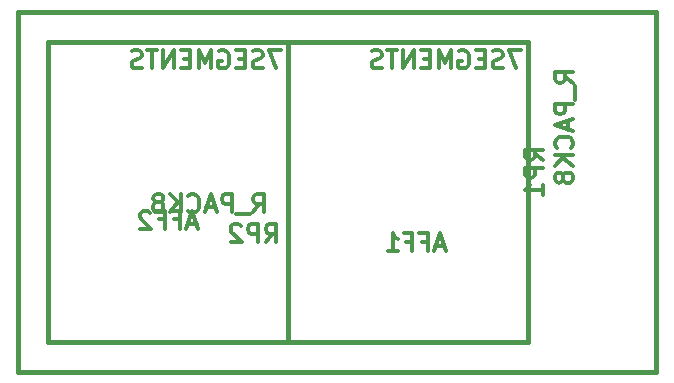
<source format=gbo>
G04 (created by PCBNEW-RS274X (2011-05-25)-stable) date Thu 19 Jun 2014 11:29:52 AM PDT*
G01*
G70*
G90*
%MOIN*%
G04 Gerber Fmt 3.4, Leading zero omitted, Abs format*
%FSLAX34Y34*%
G04 APERTURE LIST*
%ADD10C,0.006000*%
%ADD11C,0.015000*%
%ADD12C,0.012000*%
G04 APERTURE END LIST*
G54D10*
G54D11*
X26000Y-04750D02*
X04750Y-04750D01*
X26000Y-16750D02*
X26000Y-04750D01*
X04750Y-16750D02*
X26000Y-16750D01*
X04750Y-04750D02*
X04750Y-16750D01*
X13750Y-15750D02*
X13750Y-05750D01*
X13750Y-05750D02*
X21750Y-05750D01*
X21750Y-05750D02*
X21750Y-15750D01*
X21750Y-15750D02*
X13750Y-15750D01*
X05750Y-15750D02*
X05750Y-05750D01*
X05750Y-05750D02*
X13750Y-05750D01*
X13750Y-05750D02*
X13750Y-15750D01*
X13750Y-15750D02*
X05750Y-15750D01*
G54D12*
X18942Y-12571D02*
X18656Y-12571D01*
X18999Y-12743D02*
X18799Y-12143D01*
X18599Y-12743D01*
X18199Y-12429D02*
X18399Y-12429D01*
X18399Y-12743D02*
X18399Y-12143D01*
X18113Y-12143D01*
X17685Y-12429D02*
X17885Y-12429D01*
X17885Y-12743D02*
X17885Y-12143D01*
X17599Y-12143D01*
X17057Y-12743D02*
X17400Y-12743D01*
X17228Y-12743D02*
X17228Y-12143D01*
X17285Y-12229D01*
X17343Y-12286D01*
X17400Y-12314D01*
X21499Y-06043D02*
X21099Y-06043D01*
X21356Y-06643D01*
X20900Y-06614D02*
X20814Y-06643D01*
X20671Y-06643D01*
X20614Y-06614D01*
X20585Y-06586D01*
X20557Y-06529D01*
X20557Y-06471D01*
X20585Y-06414D01*
X20614Y-06386D01*
X20671Y-06357D01*
X20785Y-06329D01*
X20843Y-06300D01*
X20871Y-06271D01*
X20900Y-06214D01*
X20900Y-06157D01*
X20871Y-06100D01*
X20843Y-06071D01*
X20785Y-06043D01*
X20643Y-06043D01*
X20557Y-06071D01*
X20300Y-06329D02*
X20100Y-06329D01*
X20014Y-06643D02*
X20300Y-06643D01*
X20300Y-06043D01*
X20014Y-06043D01*
X19443Y-06071D02*
X19500Y-06043D01*
X19586Y-06043D01*
X19671Y-06071D01*
X19729Y-06129D01*
X19757Y-06186D01*
X19786Y-06300D01*
X19786Y-06386D01*
X19757Y-06500D01*
X19729Y-06557D01*
X19671Y-06614D01*
X19586Y-06643D01*
X19529Y-06643D01*
X19443Y-06614D01*
X19414Y-06586D01*
X19414Y-06386D01*
X19529Y-06386D01*
X19157Y-06643D02*
X19157Y-06043D01*
X18957Y-06471D01*
X18757Y-06043D01*
X18757Y-06643D01*
X18471Y-06329D02*
X18271Y-06329D01*
X18185Y-06643D02*
X18471Y-06643D01*
X18471Y-06043D01*
X18185Y-06043D01*
X17928Y-06643D02*
X17928Y-06043D01*
X17585Y-06643D01*
X17585Y-06043D01*
X17385Y-06043D02*
X17042Y-06043D01*
X17213Y-06643D02*
X17213Y-06043D01*
X16871Y-06614D02*
X16785Y-06643D01*
X16642Y-06643D01*
X16585Y-06614D01*
X16556Y-06586D01*
X16528Y-06529D01*
X16528Y-06471D01*
X16556Y-06414D01*
X16585Y-06386D01*
X16642Y-06357D01*
X16756Y-06329D01*
X16814Y-06300D01*
X16842Y-06271D01*
X16871Y-06214D01*
X16871Y-06157D01*
X16842Y-06100D01*
X16814Y-06071D01*
X16756Y-06043D01*
X16614Y-06043D01*
X16528Y-06071D01*
X10692Y-11821D02*
X10406Y-11821D01*
X10749Y-11993D02*
X10549Y-11393D01*
X10349Y-11993D01*
X09949Y-11679D02*
X10149Y-11679D01*
X10149Y-11993D02*
X10149Y-11393D01*
X09863Y-11393D01*
X09435Y-11679D02*
X09635Y-11679D01*
X09635Y-11993D02*
X09635Y-11393D01*
X09349Y-11393D01*
X09150Y-11450D02*
X09121Y-11421D01*
X09064Y-11393D01*
X08921Y-11393D01*
X08864Y-11421D01*
X08835Y-11450D01*
X08807Y-11507D01*
X08807Y-11564D01*
X08835Y-11650D01*
X09178Y-11993D01*
X08807Y-11993D01*
X13499Y-06043D02*
X13099Y-06043D01*
X13356Y-06643D01*
X12900Y-06614D02*
X12814Y-06643D01*
X12671Y-06643D01*
X12614Y-06614D01*
X12585Y-06586D01*
X12557Y-06529D01*
X12557Y-06471D01*
X12585Y-06414D01*
X12614Y-06386D01*
X12671Y-06357D01*
X12785Y-06329D01*
X12843Y-06300D01*
X12871Y-06271D01*
X12900Y-06214D01*
X12900Y-06157D01*
X12871Y-06100D01*
X12843Y-06071D01*
X12785Y-06043D01*
X12643Y-06043D01*
X12557Y-06071D01*
X12300Y-06329D02*
X12100Y-06329D01*
X12014Y-06643D02*
X12300Y-06643D01*
X12300Y-06043D01*
X12014Y-06043D01*
X11443Y-06071D02*
X11500Y-06043D01*
X11586Y-06043D01*
X11671Y-06071D01*
X11729Y-06129D01*
X11757Y-06186D01*
X11786Y-06300D01*
X11786Y-06386D01*
X11757Y-06500D01*
X11729Y-06557D01*
X11671Y-06614D01*
X11586Y-06643D01*
X11529Y-06643D01*
X11443Y-06614D01*
X11414Y-06586D01*
X11414Y-06386D01*
X11529Y-06386D01*
X11157Y-06643D02*
X11157Y-06043D01*
X10957Y-06471D01*
X10757Y-06043D01*
X10757Y-06643D01*
X10471Y-06329D02*
X10271Y-06329D01*
X10185Y-06643D02*
X10471Y-06643D01*
X10471Y-06043D01*
X10185Y-06043D01*
X09928Y-06643D02*
X09928Y-06043D01*
X09585Y-06643D01*
X09585Y-06043D01*
X09385Y-06043D02*
X09042Y-06043D01*
X09213Y-06643D02*
X09213Y-06043D01*
X08871Y-06614D02*
X08785Y-06643D01*
X08642Y-06643D01*
X08585Y-06614D01*
X08556Y-06586D01*
X08528Y-06529D01*
X08528Y-06471D01*
X08556Y-06414D01*
X08585Y-06386D01*
X08642Y-06357D01*
X08756Y-06329D01*
X08814Y-06300D01*
X08842Y-06271D01*
X08871Y-06214D01*
X08871Y-06157D01*
X08842Y-06100D01*
X08814Y-06071D01*
X08756Y-06043D01*
X08614Y-06043D01*
X08528Y-06071D01*
X12999Y-12443D02*
X13199Y-12157D01*
X13342Y-12443D02*
X13342Y-11843D01*
X13114Y-11843D01*
X13056Y-11871D01*
X13028Y-11900D01*
X12999Y-11957D01*
X12999Y-12043D01*
X13028Y-12100D01*
X13056Y-12129D01*
X13114Y-12157D01*
X13342Y-12157D01*
X12742Y-12443D02*
X12742Y-11843D01*
X12514Y-11843D01*
X12456Y-11871D01*
X12428Y-11900D01*
X12399Y-11957D01*
X12399Y-12043D01*
X12428Y-12100D01*
X12456Y-12129D01*
X12514Y-12157D01*
X12742Y-12157D01*
X12171Y-11900D02*
X12142Y-11871D01*
X12085Y-11843D01*
X11942Y-11843D01*
X11885Y-11871D01*
X11856Y-11900D01*
X11828Y-11957D01*
X11828Y-12014D01*
X11856Y-12100D01*
X12199Y-12443D01*
X11828Y-12443D01*
X12585Y-11443D02*
X12785Y-11157D01*
X12928Y-11443D02*
X12928Y-10843D01*
X12700Y-10843D01*
X12642Y-10871D01*
X12614Y-10900D01*
X12585Y-10957D01*
X12585Y-11043D01*
X12614Y-11100D01*
X12642Y-11129D01*
X12700Y-11157D01*
X12928Y-11157D01*
X12471Y-11500D02*
X12014Y-11500D01*
X11871Y-11443D02*
X11871Y-10843D01*
X11643Y-10843D01*
X11585Y-10871D01*
X11557Y-10900D01*
X11528Y-10957D01*
X11528Y-11043D01*
X11557Y-11100D01*
X11585Y-11129D01*
X11643Y-11157D01*
X11871Y-11157D01*
X11300Y-11271D02*
X11014Y-11271D01*
X11357Y-11443D02*
X11157Y-10843D01*
X10957Y-11443D01*
X10414Y-11386D02*
X10443Y-11414D01*
X10529Y-11443D01*
X10586Y-11443D01*
X10671Y-11414D01*
X10729Y-11357D01*
X10757Y-11300D01*
X10786Y-11186D01*
X10786Y-11100D01*
X10757Y-10986D01*
X10729Y-10929D01*
X10671Y-10871D01*
X10586Y-10843D01*
X10529Y-10843D01*
X10443Y-10871D01*
X10414Y-10900D01*
X10157Y-11443D02*
X10157Y-10843D01*
X09814Y-11443D02*
X10071Y-11100D01*
X09814Y-10843D02*
X10157Y-11186D01*
X09471Y-11100D02*
X09529Y-11071D01*
X09557Y-11043D01*
X09586Y-10986D01*
X09586Y-10957D01*
X09557Y-10900D01*
X09529Y-10871D01*
X09471Y-10843D01*
X09357Y-10843D01*
X09300Y-10871D01*
X09271Y-10900D01*
X09243Y-10957D01*
X09243Y-10986D01*
X09271Y-11043D01*
X09300Y-11071D01*
X09357Y-11100D01*
X09471Y-11100D01*
X09529Y-11129D01*
X09557Y-11157D01*
X09586Y-11214D01*
X09586Y-11329D01*
X09557Y-11386D01*
X09529Y-11414D01*
X09471Y-11443D01*
X09357Y-11443D01*
X09300Y-11414D01*
X09271Y-11386D01*
X09243Y-11329D01*
X09243Y-11214D01*
X09271Y-11157D01*
X09300Y-11129D01*
X09357Y-11100D01*
X22243Y-09701D02*
X21957Y-09501D01*
X22243Y-09358D02*
X21643Y-09358D01*
X21643Y-09586D01*
X21671Y-09644D01*
X21700Y-09672D01*
X21757Y-09701D01*
X21843Y-09701D01*
X21900Y-09672D01*
X21929Y-09644D01*
X21957Y-09586D01*
X21957Y-09358D01*
X22243Y-09958D02*
X21643Y-09958D01*
X21643Y-10186D01*
X21671Y-10244D01*
X21700Y-10272D01*
X21757Y-10301D01*
X21843Y-10301D01*
X21900Y-10272D01*
X21929Y-10244D01*
X21957Y-10186D01*
X21957Y-09958D01*
X22243Y-10872D02*
X22243Y-10529D01*
X22243Y-10701D02*
X21643Y-10701D01*
X21729Y-10644D01*
X21786Y-10586D01*
X21814Y-10529D01*
X23243Y-07115D02*
X22957Y-06915D01*
X23243Y-06772D02*
X22643Y-06772D01*
X22643Y-07000D01*
X22671Y-07058D01*
X22700Y-07086D01*
X22757Y-07115D01*
X22843Y-07115D01*
X22900Y-07086D01*
X22929Y-07058D01*
X22957Y-07000D01*
X22957Y-06772D01*
X23300Y-07229D02*
X23300Y-07686D01*
X23243Y-07829D02*
X22643Y-07829D01*
X22643Y-08057D01*
X22671Y-08115D01*
X22700Y-08143D01*
X22757Y-08172D01*
X22843Y-08172D01*
X22900Y-08143D01*
X22929Y-08115D01*
X22957Y-08057D01*
X22957Y-07829D01*
X23071Y-08400D02*
X23071Y-08686D01*
X23243Y-08343D02*
X22643Y-08543D01*
X23243Y-08743D01*
X23186Y-09286D02*
X23214Y-09257D01*
X23243Y-09171D01*
X23243Y-09114D01*
X23214Y-09029D01*
X23157Y-08971D01*
X23100Y-08943D01*
X22986Y-08914D01*
X22900Y-08914D01*
X22786Y-08943D01*
X22729Y-08971D01*
X22671Y-09029D01*
X22643Y-09114D01*
X22643Y-09171D01*
X22671Y-09257D01*
X22700Y-09286D01*
X23243Y-09543D02*
X22643Y-09543D01*
X23243Y-09886D02*
X22900Y-09629D01*
X22643Y-09886D02*
X22986Y-09543D01*
X22900Y-10229D02*
X22871Y-10171D01*
X22843Y-10143D01*
X22786Y-10114D01*
X22757Y-10114D01*
X22700Y-10143D01*
X22671Y-10171D01*
X22643Y-10229D01*
X22643Y-10343D01*
X22671Y-10400D01*
X22700Y-10429D01*
X22757Y-10457D01*
X22786Y-10457D01*
X22843Y-10429D01*
X22871Y-10400D01*
X22900Y-10343D01*
X22900Y-10229D01*
X22929Y-10171D01*
X22957Y-10143D01*
X23014Y-10114D01*
X23129Y-10114D01*
X23186Y-10143D01*
X23214Y-10171D01*
X23243Y-10229D01*
X23243Y-10343D01*
X23214Y-10400D01*
X23186Y-10429D01*
X23129Y-10457D01*
X23014Y-10457D01*
X22957Y-10429D01*
X22929Y-10400D01*
X22900Y-10343D01*
M02*

</source>
